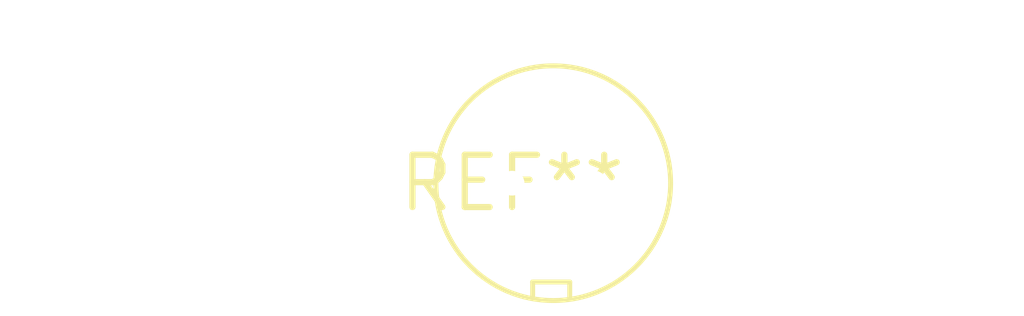
<source format=kicad_pcb>
(kicad_pcb (version 20240108) (generator pcbnew)
  (layers (0 "F.Cu" signal) (31 "B.Cu" signal) (34 "B.Paste" user) (35 "F.Paste" user) (36 "B.SilkS" user "B.Silkscreen") (37 "F.SilkS" user "F.Silkscreen") (38 "B.Mask" user) (39 "F.Mask" user) (44 "Edge.Cuts" user))
  (net 0 "")
  (footprint "LaserDiode_TO18-D5.6-3" (layer "F.Cu") (at 0 0)
    (property "Reference" "REF**")
    (property "Value" "LaserDiode_TO18-D5.6-3")
    (fp_line (start 0.5 2.4) (end 1.4 2.4) (layer "F.SilkS") (stroke (width 0.12)))
    (fp_line (start 0.5 2.8) (end 0.5 2.4) (layer "F.SilkS") (stroke (width 0.12)))
    (fp_line (start 1.4 2.4) (end 1.4 2.8) (layer "F.SilkS") (stroke (width 0.12)))
    (fp_circle (center 1 0) (end -1.85 0) (layer "F.SilkS") (stroke (width 0.12)) (fill none))
    (pad "1" thru_hole roundrect (at 0 0 45) (size 1.2 1.2) (drill 0.6) (layers *.Cu *.Mask) (remove_unused_layers) (roundrect_rratio 0.208))
    (pad "2" thru_hole circle (at 1 1) (size 1.2 1.2) (drill 0.6) (layers *.Cu *.Mask) (remove_unused_layers))
    (pad "3" thru_hole circle (at 2 0) (size 1.2 1.2) (drill 0.6) (layers *.Cu *.Mask) (remove_unused_layers))
  )
)
</source>
